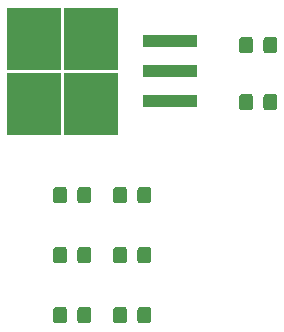
<source format=gbr>
G04 #@! TF.GenerationSoftware,KiCad,Pcbnew,(5.0.0-3-g5ebb6b6)*
G04 #@! TF.CreationDate,2018-12-12T10:22:58+00:00*
G04 #@! TF.ProjectId,PSUExtensionBoard,505355457874656E73696F6E426F6172,rev?*
G04 #@! TF.SameCoordinates,Original*
G04 #@! TF.FileFunction,Paste,Top*
G04 #@! TF.FilePolarity,Positive*
%FSLAX46Y46*%
G04 Gerber Fmt 4.6, Leading zero omitted, Abs format (unit mm)*
G04 Created by KiCad (PCBNEW (5.0.0-3-g5ebb6b6)) date Wednesday, 12 December 2018 at 10:22:58*
%MOMM*%
%LPD*%
G01*
G04 APERTURE LIST*
%ADD10R,4.600000X1.100000*%
%ADD11R,4.550000X5.250000*%
%ADD12C,0.100000*%
%ADD13C,1.150000*%
G04 APERTURE END LIST*
D10*
G04 #@! TO.C,U_REG1*
X66735000Y-92392500D03*
X66735000Y-89852500D03*
X66735000Y-87312500D03*
D11*
X55160000Y-87077500D03*
X60010000Y-92627500D03*
X55160000Y-92627500D03*
X60010000Y-87077500D03*
G04 #@! TD*
D12*
G04 #@! TO.C,C1*
G36*
X73492505Y-91757204D02*
X73516773Y-91760804D01*
X73540572Y-91766765D01*
X73563671Y-91775030D01*
X73585850Y-91785520D01*
X73606893Y-91798132D01*
X73626599Y-91812747D01*
X73644777Y-91829223D01*
X73661253Y-91847401D01*
X73675868Y-91867107D01*
X73688480Y-91888150D01*
X73698970Y-91910329D01*
X73707235Y-91933428D01*
X73713196Y-91957227D01*
X73716796Y-91981495D01*
X73718000Y-92005999D01*
X73718000Y-92906001D01*
X73716796Y-92930505D01*
X73713196Y-92954773D01*
X73707235Y-92978572D01*
X73698970Y-93001671D01*
X73688480Y-93023850D01*
X73675868Y-93044893D01*
X73661253Y-93064599D01*
X73644777Y-93082777D01*
X73626599Y-93099253D01*
X73606893Y-93113868D01*
X73585850Y-93126480D01*
X73563671Y-93136970D01*
X73540572Y-93145235D01*
X73516773Y-93151196D01*
X73492505Y-93154796D01*
X73468001Y-93156000D01*
X72817999Y-93156000D01*
X72793495Y-93154796D01*
X72769227Y-93151196D01*
X72745428Y-93145235D01*
X72722329Y-93136970D01*
X72700150Y-93126480D01*
X72679107Y-93113868D01*
X72659401Y-93099253D01*
X72641223Y-93082777D01*
X72624747Y-93064599D01*
X72610132Y-93044893D01*
X72597520Y-93023850D01*
X72587030Y-93001671D01*
X72578765Y-92978572D01*
X72572804Y-92954773D01*
X72569204Y-92930505D01*
X72568000Y-92906001D01*
X72568000Y-92005999D01*
X72569204Y-91981495D01*
X72572804Y-91957227D01*
X72578765Y-91933428D01*
X72587030Y-91910329D01*
X72597520Y-91888150D01*
X72610132Y-91867107D01*
X72624747Y-91847401D01*
X72641223Y-91829223D01*
X72659401Y-91812747D01*
X72679107Y-91798132D01*
X72700150Y-91785520D01*
X72722329Y-91775030D01*
X72745428Y-91766765D01*
X72769227Y-91760804D01*
X72793495Y-91757204D01*
X72817999Y-91756000D01*
X73468001Y-91756000D01*
X73492505Y-91757204D01*
X73492505Y-91757204D01*
G37*
D13*
X73143000Y-92456000D03*
D12*
G36*
X75542505Y-91757204D02*
X75566773Y-91760804D01*
X75590572Y-91766765D01*
X75613671Y-91775030D01*
X75635850Y-91785520D01*
X75656893Y-91798132D01*
X75676599Y-91812747D01*
X75694777Y-91829223D01*
X75711253Y-91847401D01*
X75725868Y-91867107D01*
X75738480Y-91888150D01*
X75748970Y-91910329D01*
X75757235Y-91933428D01*
X75763196Y-91957227D01*
X75766796Y-91981495D01*
X75768000Y-92005999D01*
X75768000Y-92906001D01*
X75766796Y-92930505D01*
X75763196Y-92954773D01*
X75757235Y-92978572D01*
X75748970Y-93001671D01*
X75738480Y-93023850D01*
X75725868Y-93044893D01*
X75711253Y-93064599D01*
X75694777Y-93082777D01*
X75676599Y-93099253D01*
X75656893Y-93113868D01*
X75635850Y-93126480D01*
X75613671Y-93136970D01*
X75590572Y-93145235D01*
X75566773Y-93151196D01*
X75542505Y-93154796D01*
X75518001Y-93156000D01*
X74867999Y-93156000D01*
X74843495Y-93154796D01*
X74819227Y-93151196D01*
X74795428Y-93145235D01*
X74772329Y-93136970D01*
X74750150Y-93126480D01*
X74729107Y-93113868D01*
X74709401Y-93099253D01*
X74691223Y-93082777D01*
X74674747Y-93064599D01*
X74660132Y-93044893D01*
X74647520Y-93023850D01*
X74637030Y-93001671D01*
X74628765Y-92978572D01*
X74622804Y-92954773D01*
X74619204Y-92930505D01*
X74618000Y-92906001D01*
X74618000Y-92005999D01*
X74619204Y-91981495D01*
X74622804Y-91957227D01*
X74628765Y-91933428D01*
X74637030Y-91910329D01*
X74647520Y-91888150D01*
X74660132Y-91867107D01*
X74674747Y-91847401D01*
X74691223Y-91829223D01*
X74709401Y-91812747D01*
X74729107Y-91798132D01*
X74750150Y-91785520D01*
X74772329Y-91775030D01*
X74795428Y-91766765D01*
X74819227Y-91760804D01*
X74843495Y-91757204D01*
X74867999Y-91756000D01*
X75518001Y-91756000D01*
X75542505Y-91757204D01*
X75542505Y-91757204D01*
G37*
D13*
X75193000Y-92456000D03*
G04 #@! TD*
D12*
G04 #@! TO.C,C2*
G36*
X73492505Y-86931204D02*
X73516773Y-86934804D01*
X73540572Y-86940765D01*
X73563671Y-86949030D01*
X73585850Y-86959520D01*
X73606893Y-86972132D01*
X73626599Y-86986747D01*
X73644777Y-87003223D01*
X73661253Y-87021401D01*
X73675868Y-87041107D01*
X73688480Y-87062150D01*
X73698970Y-87084329D01*
X73707235Y-87107428D01*
X73713196Y-87131227D01*
X73716796Y-87155495D01*
X73718000Y-87179999D01*
X73718000Y-88080001D01*
X73716796Y-88104505D01*
X73713196Y-88128773D01*
X73707235Y-88152572D01*
X73698970Y-88175671D01*
X73688480Y-88197850D01*
X73675868Y-88218893D01*
X73661253Y-88238599D01*
X73644777Y-88256777D01*
X73626599Y-88273253D01*
X73606893Y-88287868D01*
X73585850Y-88300480D01*
X73563671Y-88310970D01*
X73540572Y-88319235D01*
X73516773Y-88325196D01*
X73492505Y-88328796D01*
X73468001Y-88330000D01*
X72817999Y-88330000D01*
X72793495Y-88328796D01*
X72769227Y-88325196D01*
X72745428Y-88319235D01*
X72722329Y-88310970D01*
X72700150Y-88300480D01*
X72679107Y-88287868D01*
X72659401Y-88273253D01*
X72641223Y-88256777D01*
X72624747Y-88238599D01*
X72610132Y-88218893D01*
X72597520Y-88197850D01*
X72587030Y-88175671D01*
X72578765Y-88152572D01*
X72572804Y-88128773D01*
X72569204Y-88104505D01*
X72568000Y-88080001D01*
X72568000Y-87179999D01*
X72569204Y-87155495D01*
X72572804Y-87131227D01*
X72578765Y-87107428D01*
X72587030Y-87084329D01*
X72597520Y-87062150D01*
X72610132Y-87041107D01*
X72624747Y-87021401D01*
X72641223Y-87003223D01*
X72659401Y-86986747D01*
X72679107Y-86972132D01*
X72700150Y-86959520D01*
X72722329Y-86949030D01*
X72745428Y-86940765D01*
X72769227Y-86934804D01*
X72793495Y-86931204D01*
X72817999Y-86930000D01*
X73468001Y-86930000D01*
X73492505Y-86931204D01*
X73492505Y-86931204D01*
G37*
D13*
X73143000Y-87630000D03*
D12*
G36*
X75542505Y-86931204D02*
X75566773Y-86934804D01*
X75590572Y-86940765D01*
X75613671Y-86949030D01*
X75635850Y-86959520D01*
X75656893Y-86972132D01*
X75676599Y-86986747D01*
X75694777Y-87003223D01*
X75711253Y-87021401D01*
X75725868Y-87041107D01*
X75738480Y-87062150D01*
X75748970Y-87084329D01*
X75757235Y-87107428D01*
X75763196Y-87131227D01*
X75766796Y-87155495D01*
X75768000Y-87179999D01*
X75768000Y-88080001D01*
X75766796Y-88104505D01*
X75763196Y-88128773D01*
X75757235Y-88152572D01*
X75748970Y-88175671D01*
X75738480Y-88197850D01*
X75725868Y-88218893D01*
X75711253Y-88238599D01*
X75694777Y-88256777D01*
X75676599Y-88273253D01*
X75656893Y-88287868D01*
X75635850Y-88300480D01*
X75613671Y-88310970D01*
X75590572Y-88319235D01*
X75566773Y-88325196D01*
X75542505Y-88328796D01*
X75518001Y-88330000D01*
X74867999Y-88330000D01*
X74843495Y-88328796D01*
X74819227Y-88325196D01*
X74795428Y-88319235D01*
X74772329Y-88310970D01*
X74750150Y-88300480D01*
X74729107Y-88287868D01*
X74709401Y-88273253D01*
X74691223Y-88256777D01*
X74674747Y-88238599D01*
X74660132Y-88218893D01*
X74647520Y-88197850D01*
X74637030Y-88175671D01*
X74628765Y-88152572D01*
X74622804Y-88128773D01*
X74619204Y-88104505D01*
X74618000Y-88080001D01*
X74618000Y-87179999D01*
X74619204Y-87155495D01*
X74622804Y-87131227D01*
X74628765Y-87107428D01*
X74637030Y-87084329D01*
X74647520Y-87062150D01*
X74660132Y-87041107D01*
X74674747Y-87021401D01*
X74691223Y-87003223D01*
X74709401Y-86986747D01*
X74729107Y-86972132D01*
X74750150Y-86959520D01*
X74772329Y-86949030D01*
X74795428Y-86940765D01*
X74819227Y-86934804D01*
X74843495Y-86931204D01*
X74867999Y-86930000D01*
X75518001Y-86930000D01*
X75542505Y-86931204D01*
X75542505Y-86931204D01*
G37*
D13*
X75193000Y-87630000D03*
G04 #@! TD*
D12*
G04 #@! TO.C,D_5VPP1*
G36*
X57744505Y-104711204D02*
X57768773Y-104714804D01*
X57792572Y-104720765D01*
X57815671Y-104729030D01*
X57837850Y-104739520D01*
X57858893Y-104752132D01*
X57878599Y-104766747D01*
X57896777Y-104783223D01*
X57913253Y-104801401D01*
X57927868Y-104821107D01*
X57940480Y-104842150D01*
X57950970Y-104864329D01*
X57959235Y-104887428D01*
X57965196Y-104911227D01*
X57968796Y-104935495D01*
X57970000Y-104959999D01*
X57970000Y-105860001D01*
X57968796Y-105884505D01*
X57965196Y-105908773D01*
X57959235Y-105932572D01*
X57950970Y-105955671D01*
X57940480Y-105977850D01*
X57927868Y-105998893D01*
X57913253Y-106018599D01*
X57896777Y-106036777D01*
X57878599Y-106053253D01*
X57858893Y-106067868D01*
X57837850Y-106080480D01*
X57815671Y-106090970D01*
X57792572Y-106099235D01*
X57768773Y-106105196D01*
X57744505Y-106108796D01*
X57720001Y-106110000D01*
X57069999Y-106110000D01*
X57045495Y-106108796D01*
X57021227Y-106105196D01*
X56997428Y-106099235D01*
X56974329Y-106090970D01*
X56952150Y-106080480D01*
X56931107Y-106067868D01*
X56911401Y-106053253D01*
X56893223Y-106036777D01*
X56876747Y-106018599D01*
X56862132Y-105998893D01*
X56849520Y-105977850D01*
X56839030Y-105955671D01*
X56830765Y-105932572D01*
X56824804Y-105908773D01*
X56821204Y-105884505D01*
X56820000Y-105860001D01*
X56820000Y-104959999D01*
X56821204Y-104935495D01*
X56824804Y-104911227D01*
X56830765Y-104887428D01*
X56839030Y-104864329D01*
X56849520Y-104842150D01*
X56862132Y-104821107D01*
X56876747Y-104801401D01*
X56893223Y-104783223D01*
X56911401Y-104766747D01*
X56931107Y-104752132D01*
X56952150Y-104739520D01*
X56974329Y-104729030D01*
X56997428Y-104720765D01*
X57021227Y-104714804D01*
X57045495Y-104711204D01*
X57069999Y-104710000D01*
X57720001Y-104710000D01*
X57744505Y-104711204D01*
X57744505Y-104711204D01*
G37*
D13*
X57395000Y-105410000D03*
D12*
G36*
X59794505Y-104711204D02*
X59818773Y-104714804D01*
X59842572Y-104720765D01*
X59865671Y-104729030D01*
X59887850Y-104739520D01*
X59908893Y-104752132D01*
X59928599Y-104766747D01*
X59946777Y-104783223D01*
X59963253Y-104801401D01*
X59977868Y-104821107D01*
X59990480Y-104842150D01*
X60000970Y-104864329D01*
X60009235Y-104887428D01*
X60015196Y-104911227D01*
X60018796Y-104935495D01*
X60020000Y-104959999D01*
X60020000Y-105860001D01*
X60018796Y-105884505D01*
X60015196Y-105908773D01*
X60009235Y-105932572D01*
X60000970Y-105955671D01*
X59990480Y-105977850D01*
X59977868Y-105998893D01*
X59963253Y-106018599D01*
X59946777Y-106036777D01*
X59928599Y-106053253D01*
X59908893Y-106067868D01*
X59887850Y-106080480D01*
X59865671Y-106090970D01*
X59842572Y-106099235D01*
X59818773Y-106105196D01*
X59794505Y-106108796D01*
X59770001Y-106110000D01*
X59119999Y-106110000D01*
X59095495Y-106108796D01*
X59071227Y-106105196D01*
X59047428Y-106099235D01*
X59024329Y-106090970D01*
X59002150Y-106080480D01*
X58981107Y-106067868D01*
X58961401Y-106053253D01*
X58943223Y-106036777D01*
X58926747Y-106018599D01*
X58912132Y-105998893D01*
X58899520Y-105977850D01*
X58889030Y-105955671D01*
X58880765Y-105932572D01*
X58874804Y-105908773D01*
X58871204Y-105884505D01*
X58870000Y-105860001D01*
X58870000Y-104959999D01*
X58871204Y-104935495D01*
X58874804Y-104911227D01*
X58880765Y-104887428D01*
X58889030Y-104864329D01*
X58899520Y-104842150D01*
X58912132Y-104821107D01*
X58926747Y-104801401D01*
X58943223Y-104783223D01*
X58961401Y-104766747D01*
X58981107Y-104752132D01*
X59002150Y-104739520D01*
X59024329Y-104729030D01*
X59047428Y-104720765D01*
X59071227Y-104714804D01*
X59095495Y-104711204D01*
X59119999Y-104710000D01*
X59770001Y-104710000D01*
X59794505Y-104711204D01*
X59794505Y-104711204D01*
G37*
D13*
X59445000Y-105410000D03*
G04 #@! TD*
D12*
G04 #@! TO.C,D_NEG1*
G36*
X57744505Y-109791204D02*
X57768773Y-109794804D01*
X57792572Y-109800765D01*
X57815671Y-109809030D01*
X57837850Y-109819520D01*
X57858893Y-109832132D01*
X57878599Y-109846747D01*
X57896777Y-109863223D01*
X57913253Y-109881401D01*
X57927868Y-109901107D01*
X57940480Y-109922150D01*
X57950970Y-109944329D01*
X57959235Y-109967428D01*
X57965196Y-109991227D01*
X57968796Y-110015495D01*
X57970000Y-110039999D01*
X57970000Y-110940001D01*
X57968796Y-110964505D01*
X57965196Y-110988773D01*
X57959235Y-111012572D01*
X57950970Y-111035671D01*
X57940480Y-111057850D01*
X57927868Y-111078893D01*
X57913253Y-111098599D01*
X57896777Y-111116777D01*
X57878599Y-111133253D01*
X57858893Y-111147868D01*
X57837850Y-111160480D01*
X57815671Y-111170970D01*
X57792572Y-111179235D01*
X57768773Y-111185196D01*
X57744505Y-111188796D01*
X57720001Y-111190000D01*
X57069999Y-111190000D01*
X57045495Y-111188796D01*
X57021227Y-111185196D01*
X56997428Y-111179235D01*
X56974329Y-111170970D01*
X56952150Y-111160480D01*
X56931107Y-111147868D01*
X56911401Y-111133253D01*
X56893223Y-111116777D01*
X56876747Y-111098599D01*
X56862132Y-111078893D01*
X56849520Y-111057850D01*
X56839030Y-111035671D01*
X56830765Y-111012572D01*
X56824804Y-110988773D01*
X56821204Y-110964505D01*
X56820000Y-110940001D01*
X56820000Y-110039999D01*
X56821204Y-110015495D01*
X56824804Y-109991227D01*
X56830765Y-109967428D01*
X56839030Y-109944329D01*
X56849520Y-109922150D01*
X56862132Y-109901107D01*
X56876747Y-109881401D01*
X56893223Y-109863223D01*
X56911401Y-109846747D01*
X56931107Y-109832132D01*
X56952150Y-109819520D01*
X56974329Y-109809030D01*
X56997428Y-109800765D01*
X57021227Y-109794804D01*
X57045495Y-109791204D01*
X57069999Y-109790000D01*
X57720001Y-109790000D01*
X57744505Y-109791204D01*
X57744505Y-109791204D01*
G37*
D13*
X57395000Y-110490000D03*
D12*
G36*
X59794505Y-109791204D02*
X59818773Y-109794804D01*
X59842572Y-109800765D01*
X59865671Y-109809030D01*
X59887850Y-109819520D01*
X59908893Y-109832132D01*
X59928599Y-109846747D01*
X59946777Y-109863223D01*
X59963253Y-109881401D01*
X59977868Y-109901107D01*
X59990480Y-109922150D01*
X60000970Y-109944329D01*
X60009235Y-109967428D01*
X60015196Y-109991227D01*
X60018796Y-110015495D01*
X60020000Y-110039999D01*
X60020000Y-110940001D01*
X60018796Y-110964505D01*
X60015196Y-110988773D01*
X60009235Y-111012572D01*
X60000970Y-111035671D01*
X59990480Y-111057850D01*
X59977868Y-111078893D01*
X59963253Y-111098599D01*
X59946777Y-111116777D01*
X59928599Y-111133253D01*
X59908893Y-111147868D01*
X59887850Y-111160480D01*
X59865671Y-111170970D01*
X59842572Y-111179235D01*
X59818773Y-111185196D01*
X59794505Y-111188796D01*
X59770001Y-111190000D01*
X59119999Y-111190000D01*
X59095495Y-111188796D01*
X59071227Y-111185196D01*
X59047428Y-111179235D01*
X59024329Y-111170970D01*
X59002150Y-111160480D01*
X58981107Y-111147868D01*
X58961401Y-111133253D01*
X58943223Y-111116777D01*
X58926747Y-111098599D01*
X58912132Y-111078893D01*
X58899520Y-111057850D01*
X58889030Y-111035671D01*
X58880765Y-111012572D01*
X58874804Y-110988773D01*
X58871204Y-110964505D01*
X58870000Y-110940001D01*
X58870000Y-110039999D01*
X58871204Y-110015495D01*
X58874804Y-109991227D01*
X58880765Y-109967428D01*
X58889030Y-109944329D01*
X58899520Y-109922150D01*
X58912132Y-109901107D01*
X58926747Y-109881401D01*
X58943223Y-109863223D01*
X58961401Y-109846747D01*
X58981107Y-109832132D01*
X59002150Y-109819520D01*
X59024329Y-109809030D01*
X59047428Y-109800765D01*
X59071227Y-109794804D01*
X59095495Y-109791204D01*
X59119999Y-109790000D01*
X59770001Y-109790000D01*
X59794505Y-109791204D01*
X59794505Y-109791204D01*
G37*
D13*
X59445000Y-110490000D03*
G04 #@! TD*
D12*
G04 #@! TO.C,D_POS1*
G36*
X57744505Y-99631204D02*
X57768773Y-99634804D01*
X57792572Y-99640765D01*
X57815671Y-99649030D01*
X57837850Y-99659520D01*
X57858893Y-99672132D01*
X57878599Y-99686747D01*
X57896777Y-99703223D01*
X57913253Y-99721401D01*
X57927868Y-99741107D01*
X57940480Y-99762150D01*
X57950970Y-99784329D01*
X57959235Y-99807428D01*
X57965196Y-99831227D01*
X57968796Y-99855495D01*
X57970000Y-99879999D01*
X57970000Y-100780001D01*
X57968796Y-100804505D01*
X57965196Y-100828773D01*
X57959235Y-100852572D01*
X57950970Y-100875671D01*
X57940480Y-100897850D01*
X57927868Y-100918893D01*
X57913253Y-100938599D01*
X57896777Y-100956777D01*
X57878599Y-100973253D01*
X57858893Y-100987868D01*
X57837850Y-101000480D01*
X57815671Y-101010970D01*
X57792572Y-101019235D01*
X57768773Y-101025196D01*
X57744505Y-101028796D01*
X57720001Y-101030000D01*
X57069999Y-101030000D01*
X57045495Y-101028796D01*
X57021227Y-101025196D01*
X56997428Y-101019235D01*
X56974329Y-101010970D01*
X56952150Y-101000480D01*
X56931107Y-100987868D01*
X56911401Y-100973253D01*
X56893223Y-100956777D01*
X56876747Y-100938599D01*
X56862132Y-100918893D01*
X56849520Y-100897850D01*
X56839030Y-100875671D01*
X56830765Y-100852572D01*
X56824804Y-100828773D01*
X56821204Y-100804505D01*
X56820000Y-100780001D01*
X56820000Y-99879999D01*
X56821204Y-99855495D01*
X56824804Y-99831227D01*
X56830765Y-99807428D01*
X56839030Y-99784329D01*
X56849520Y-99762150D01*
X56862132Y-99741107D01*
X56876747Y-99721401D01*
X56893223Y-99703223D01*
X56911401Y-99686747D01*
X56931107Y-99672132D01*
X56952150Y-99659520D01*
X56974329Y-99649030D01*
X56997428Y-99640765D01*
X57021227Y-99634804D01*
X57045495Y-99631204D01*
X57069999Y-99630000D01*
X57720001Y-99630000D01*
X57744505Y-99631204D01*
X57744505Y-99631204D01*
G37*
D13*
X57395000Y-100330000D03*
D12*
G36*
X59794505Y-99631204D02*
X59818773Y-99634804D01*
X59842572Y-99640765D01*
X59865671Y-99649030D01*
X59887850Y-99659520D01*
X59908893Y-99672132D01*
X59928599Y-99686747D01*
X59946777Y-99703223D01*
X59963253Y-99721401D01*
X59977868Y-99741107D01*
X59990480Y-99762150D01*
X60000970Y-99784329D01*
X60009235Y-99807428D01*
X60015196Y-99831227D01*
X60018796Y-99855495D01*
X60020000Y-99879999D01*
X60020000Y-100780001D01*
X60018796Y-100804505D01*
X60015196Y-100828773D01*
X60009235Y-100852572D01*
X60000970Y-100875671D01*
X59990480Y-100897850D01*
X59977868Y-100918893D01*
X59963253Y-100938599D01*
X59946777Y-100956777D01*
X59928599Y-100973253D01*
X59908893Y-100987868D01*
X59887850Y-101000480D01*
X59865671Y-101010970D01*
X59842572Y-101019235D01*
X59818773Y-101025196D01*
X59794505Y-101028796D01*
X59770001Y-101030000D01*
X59119999Y-101030000D01*
X59095495Y-101028796D01*
X59071227Y-101025196D01*
X59047428Y-101019235D01*
X59024329Y-101010970D01*
X59002150Y-101000480D01*
X58981107Y-100987868D01*
X58961401Y-100973253D01*
X58943223Y-100956777D01*
X58926747Y-100938599D01*
X58912132Y-100918893D01*
X58899520Y-100897850D01*
X58889030Y-100875671D01*
X58880765Y-100852572D01*
X58874804Y-100828773D01*
X58871204Y-100804505D01*
X58870000Y-100780001D01*
X58870000Y-99879999D01*
X58871204Y-99855495D01*
X58874804Y-99831227D01*
X58880765Y-99807428D01*
X58889030Y-99784329D01*
X58899520Y-99762150D01*
X58912132Y-99741107D01*
X58926747Y-99721401D01*
X58943223Y-99703223D01*
X58961401Y-99686747D01*
X58981107Y-99672132D01*
X59002150Y-99659520D01*
X59024329Y-99649030D01*
X59047428Y-99640765D01*
X59071227Y-99634804D01*
X59095495Y-99631204D01*
X59119999Y-99630000D01*
X59770001Y-99630000D01*
X59794505Y-99631204D01*
X59794505Y-99631204D01*
G37*
D13*
X59445000Y-100330000D03*
G04 #@! TD*
D12*
G04 #@! TO.C,R_5VPP1*
G36*
X62824505Y-104711204D02*
X62848773Y-104714804D01*
X62872572Y-104720765D01*
X62895671Y-104729030D01*
X62917850Y-104739520D01*
X62938893Y-104752132D01*
X62958599Y-104766747D01*
X62976777Y-104783223D01*
X62993253Y-104801401D01*
X63007868Y-104821107D01*
X63020480Y-104842150D01*
X63030970Y-104864329D01*
X63039235Y-104887428D01*
X63045196Y-104911227D01*
X63048796Y-104935495D01*
X63050000Y-104959999D01*
X63050000Y-105860001D01*
X63048796Y-105884505D01*
X63045196Y-105908773D01*
X63039235Y-105932572D01*
X63030970Y-105955671D01*
X63020480Y-105977850D01*
X63007868Y-105998893D01*
X62993253Y-106018599D01*
X62976777Y-106036777D01*
X62958599Y-106053253D01*
X62938893Y-106067868D01*
X62917850Y-106080480D01*
X62895671Y-106090970D01*
X62872572Y-106099235D01*
X62848773Y-106105196D01*
X62824505Y-106108796D01*
X62800001Y-106110000D01*
X62149999Y-106110000D01*
X62125495Y-106108796D01*
X62101227Y-106105196D01*
X62077428Y-106099235D01*
X62054329Y-106090970D01*
X62032150Y-106080480D01*
X62011107Y-106067868D01*
X61991401Y-106053253D01*
X61973223Y-106036777D01*
X61956747Y-106018599D01*
X61942132Y-105998893D01*
X61929520Y-105977850D01*
X61919030Y-105955671D01*
X61910765Y-105932572D01*
X61904804Y-105908773D01*
X61901204Y-105884505D01*
X61900000Y-105860001D01*
X61900000Y-104959999D01*
X61901204Y-104935495D01*
X61904804Y-104911227D01*
X61910765Y-104887428D01*
X61919030Y-104864329D01*
X61929520Y-104842150D01*
X61942132Y-104821107D01*
X61956747Y-104801401D01*
X61973223Y-104783223D01*
X61991401Y-104766747D01*
X62011107Y-104752132D01*
X62032150Y-104739520D01*
X62054329Y-104729030D01*
X62077428Y-104720765D01*
X62101227Y-104714804D01*
X62125495Y-104711204D01*
X62149999Y-104710000D01*
X62800001Y-104710000D01*
X62824505Y-104711204D01*
X62824505Y-104711204D01*
G37*
D13*
X62475000Y-105410000D03*
D12*
G36*
X64874505Y-104711204D02*
X64898773Y-104714804D01*
X64922572Y-104720765D01*
X64945671Y-104729030D01*
X64967850Y-104739520D01*
X64988893Y-104752132D01*
X65008599Y-104766747D01*
X65026777Y-104783223D01*
X65043253Y-104801401D01*
X65057868Y-104821107D01*
X65070480Y-104842150D01*
X65080970Y-104864329D01*
X65089235Y-104887428D01*
X65095196Y-104911227D01*
X65098796Y-104935495D01*
X65100000Y-104959999D01*
X65100000Y-105860001D01*
X65098796Y-105884505D01*
X65095196Y-105908773D01*
X65089235Y-105932572D01*
X65080970Y-105955671D01*
X65070480Y-105977850D01*
X65057868Y-105998893D01*
X65043253Y-106018599D01*
X65026777Y-106036777D01*
X65008599Y-106053253D01*
X64988893Y-106067868D01*
X64967850Y-106080480D01*
X64945671Y-106090970D01*
X64922572Y-106099235D01*
X64898773Y-106105196D01*
X64874505Y-106108796D01*
X64850001Y-106110000D01*
X64199999Y-106110000D01*
X64175495Y-106108796D01*
X64151227Y-106105196D01*
X64127428Y-106099235D01*
X64104329Y-106090970D01*
X64082150Y-106080480D01*
X64061107Y-106067868D01*
X64041401Y-106053253D01*
X64023223Y-106036777D01*
X64006747Y-106018599D01*
X63992132Y-105998893D01*
X63979520Y-105977850D01*
X63969030Y-105955671D01*
X63960765Y-105932572D01*
X63954804Y-105908773D01*
X63951204Y-105884505D01*
X63950000Y-105860001D01*
X63950000Y-104959999D01*
X63951204Y-104935495D01*
X63954804Y-104911227D01*
X63960765Y-104887428D01*
X63969030Y-104864329D01*
X63979520Y-104842150D01*
X63992132Y-104821107D01*
X64006747Y-104801401D01*
X64023223Y-104783223D01*
X64041401Y-104766747D01*
X64061107Y-104752132D01*
X64082150Y-104739520D01*
X64104329Y-104729030D01*
X64127428Y-104720765D01*
X64151227Y-104714804D01*
X64175495Y-104711204D01*
X64199999Y-104710000D01*
X64850001Y-104710000D01*
X64874505Y-104711204D01*
X64874505Y-104711204D01*
G37*
D13*
X64525000Y-105410000D03*
G04 #@! TD*
D12*
G04 #@! TO.C,R_NEG1*
G36*
X62824505Y-109791204D02*
X62848773Y-109794804D01*
X62872572Y-109800765D01*
X62895671Y-109809030D01*
X62917850Y-109819520D01*
X62938893Y-109832132D01*
X62958599Y-109846747D01*
X62976777Y-109863223D01*
X62993253Y-109881401D01*
X63007868Y-109901107D01*
X63020480Y-109922150D01*
X63030970Y-109944329D01*
X63039235Y-109967428D01*
X63045196Y-109991227D01*
X63048796Y-110015495D01*
X63050000Y-110039999D01*
X63050000Y-110940001D01*
X63048796Y-110964505D01*
X63045196Y-110988773D01*
X63039235Y-111012572D01*
X63030970Y-111035671D01*
X63020480Y-111057850D01*
X63007868Y-111078893D01*
X62993253Y-111098599D01*
X62976777Y-111116777D01*
X62958599Y-111133253D01*
X62938893Y-111147868D01*
X62917850Y-111160480D01*
X62895671Y-111170970D01*
X62872572Y-111179235D01*
X62848773Y-111185196D01*
X62824505Y-111188796D01*
X62800001Y-111190000D01*
X62149999Y-111190000D01*
X62125495Y-111188796D01*
X62101227Y-111185196D01*
X62077428Y-111179235D01*
X62054329Y-111170970D01*
X62032150Y-111160480D01*
X62011107Y-111147868D01*
X61991401Y-111133253D01*
X61973223Y-111116777D01*
X61956747Y-111098599D01*
X61942132Y-111078893D01*
X61929520Y-111057850D01*
X61919030Y-111035671D01*
X61910765Y-111012572D01*
X61904804Y-110988773D01*
X61901204Y-110964505D01*
X61900000Y-110940001D01*
X61900000Y-110039999D01*
X61901204Y-110015495D01*
X61904804Y-109991227D01*
X61910765Y-109967428D01*
X61919030Y-109944329D01*
X61929520Y-109922150D01*
X61942132Y-109901107D01*
X61956747Y-109881401D01*
X61973223Y-109863223D01*
X61991401Y-109846747D01*
X62011107Y-109832132D01*
X62032150Y-109819520D01*
X62054329Y-109809030D01*
X62077428Y-109800765D01*
X62101227Y-109794804D01*
X62125495Y-109791204D01*
X62149999Y-109790000D01*
X62800001Y-109790000D01*
X62824505Y-109791204D01*
X62824505Y-109791204D01*
G37*
D13*
X62475000Y-110490000D03*
D12*
G36*
X64874505Y-109791204D02*
X64898773Y-109794804D01*
X64922572Y-109800765D01*
X64945671Y-109809030D01*
X64967850Y-109819520D01*
X64988893Y-109832132D01*
X65008599Y-109846747D01*
X65026777Y-109863223D01*
X65043253Y-109881401D01*
X65057868Y-109901107D01*
X65070480Y-109922150D01*
X65080970Y-109944329D01*
X65089235Y-109967428D01*
X65095196Y-109991227D01*
X65098796Y-110015495D01*
X65100000Y-110039999D01*
X65100000Y-110940001D01*
X65098796Y-110964505D01*
X65095196Y-110988773D01*
X65089235Y-111012572D01*
X65080970Y-111035671D01*
X65070480Y-111057850D01*
X65057868Y-111078893D01*
X65043253Y-111098599D01*
X65026777Y-111116777D01*
X65008599Y-111133253D01*
X64988893Y-111147868D01*
X64967850Y-111160480D01*
X64945671Y-111170970D01*
X64922572Y-111179235D01*
X64898773Y-111185196D01*
X64874505Y-111188796D01*
X64850001Y-111190000D01*
X64199999Y-111190000D01*
X64175495Y-111188796D01*
X64151227Y-111185196D01*
X64127428Y-111179235D01*
X64104329Y-111170970D01*
X64082150Y-111160480D01*
X64061107Y-111147868D01*
X64041401Y-111133253D01*
X64023223Y-111116777D01*
X64006747Y-111098599D01*
X63992132Y-111078893D01*
X63979520Y-111057850D01*
X63969030Y-111035671D01*
X63960765Y-111012572D01*
X63954804Y-110988773D01*
X63951204Y-110964505D01*
X63950000Y-110940001D01*
X63950000Y-110039999D01*
X63951204Y-110015495D01*
X63954804Y-109991227D01*
X63960765Y-109967428D01*
X63969030Y-109944329D01*
X63979520Y-109922150D01*
X63992132Y-109901107D01*
X64006747Y-109881401D01*
X64023223Y-109863223D01*
X64041401Y-109846747D01*
X64061107Y-109832132D01*
X64082150Y-109819520D01*
X64104329Y-109809030D01*
X64127428Y-109800765D01*
X64151227Y-109794804D01*
X64175495Y-109791204D01*
X64199999Y-109790000D01*
X64850001Y-109790000D01*
X64874505Y-109791204D01*
X64874505Y-109791204D01*
G37*
D13*
X64525000Y-110490000D03*
G04 #@! TD*
D12*
G04 #@! TO.C,R_POS1*
G36*
X62824505Y-99631204D02*
X62848773Y-99634804D01*
X62872572Y-99640765D01*
X62895671Y-99649030D01*
X62917850Y-99659520D01*
X62938893Y-99672132D01*
X62958599Y-99686747D01*
X62976777Y-99703223D01*
X62993253Y-99721401D01*
X63007868Y-99741107D01*
X63020480Y-99762150D01*
X63030970Y-99784329D01*
X63039235Y-99807428D01*
X63045196Y-99831227D01*
X63048796Y-99855495D01*
X63050000Y-99879999D01*
X63050000Y-100780001D01*
X63048796Y-100804505D01*
X63045196Y-100828773D01*
X63039235Y-100852572D01*
X63030970Y-100875671D01*
X63020480Y-100897850D01*
X63007868Y-100918893D01*
X62993253Y-100938599D01*
X62976777Y-100956777D01*
X62958599Y-100973253D01*
X62938893Y-100987868D01*
X62917850Y-101000480D01*
X62895671Y-101010970D01*
X62872572Y-101019235D01*
X62848773Y-101025196D01*
X62824505Y-101028796D01*
X62800001Y-101030000D01*
X62149999Y-101030000D01*
X62125495Y-101028796D01*
X62101227Y-101025196D01*
X62077428Y-101019235D01*
X62054329Y-101010970D01*
X62032150Y-101000480D01*
X62011107Y-100987868D01*
X61991401Y-100973253D01*
X61973223Y-100956777D01*
X61956747Y-100938599D01*
X61942132Y-100918893D01*
X61929520Y-100897850D01*
X61919030Y-100875671D01*
X61910765Y-100852572D01*
X61904804Y-100828773D01*
X61901204Y-100804505D01*
X61900000Y-100780001D01*
X61900000Y-99879999D01*
X61901204Y-99855495D01*
X61904804Y-99831227D01*
X61910765Y-99807428D01*
X61919030Y-99784329D01*
X61929520Y-99762150D01*
X61942132Y-99741107D01*
X61956747Y-99721401D01*
X61973223Y-99703223D01*
X61991401Y-99686747D01*
X62011107Y-99672132D01*
X62032150Y-99659520D01*
X62054329Y-99649030D01*
X62077428Y-99640765D01*
X62101227Y-99634804D01*
X62125495Y-99631204D01*
X62149999Y-99630000D01*
X62800001Y-99630000D01*
X62824505Y-99631204D01*
X62824505Y-99631204D01*
G37*
D13*
X62475000Y-100330000D03*
D12*
G36*
X64874505Y-99631204D02*
X64898773Y-99634804D01*
X64922572Y-99640765D01*
X64945671Y-99649030D01*
X64967850Y-99659520D01*
X64988893Y-99672132D01*
X65008599Y-99686747D01*
X65026777Y-99703223D01*
X65043253Y-99721401D01*
X65057868Y-99741107D01*
X65070480Y-99762150D01*
X65080970Y-99784329D01*
X65089235Y-99807428D01*
X65095196Y-99831227D01*
X65098796Y-99855495D01*
X65100000Y-99879999D01*
X65100000Y-100780001D01*
X65098796Y-100804505D01*
X65095196Y-100828773D01*
X65089235Y-100852572D01*
X65080970Y-100875671D01*
X65070480Y-100897850D01*
X65057868Y-100918893D01*
X65043253Y-100938599D01*
X65026777Y-100956777D01*
X65008599Y-100973253D01*
X64988893Y-100987868D01*
X64967850Y-101000480D01*
X64945671Y-101010970D01*
X64922572Y-101019235D01*
X64898773Y-101025196D01*
X64874505Y-101028796D01*
X64850001Y-101030000D01*
X64199999Y-101030000D01*
X64175495Y-101028796D01*
X64151227Y-101025196D01*
X64127428Y-101019235D01*
X64104329Y-101010970D01*
X64082150Y-101000480D01*
X64061107Y-100987868D01*
X64041401Y-100973253D01*
X64023223Y-100956777D01*
X64006747Y-100938599D01*
X63992132Y-100918893D01*
X63979520Y-100897850D01*
X63969030Y-100875671D01*
X63960765Y-100852572D01*
X63954804Y-100828773D01*
X63951204Y-100804505D01*
X63950000Y-100780001D01*
X63950000Y-99879999D01*
X63951204Y-99855495D01*
X63954804Y-99831227D01*
X63960765Y-99807428D01*
X63969030Y-99784329D01*
X63979520Y-99762150D01*
X63992132Y-99741107D01*
X64006747Y-99721401D01*
X64023223Y-99703223D01*
X64041401Y-99686747D01*
X64061107Y-99672132D01*
X64082150Y-99659520D01*
X64104329Y-99649030D01*
X64127428Y-99640765D01*
X64151227Y-99634804D01*
X64175495Y-99631204D01*
X64199999Y-99630000D01*
X64850001Y-99630000D01*
X64874505Y-99631204D01*
X64874505Y-99631204D01*
G37*
D13*
X64525000Y-100330000D03*
G04 #@! TD*
M02*

</source>
